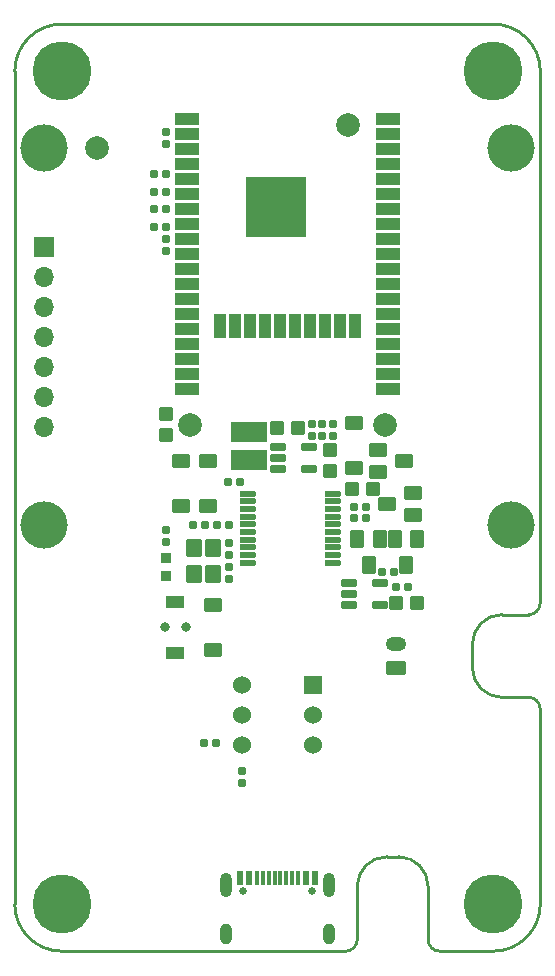
<source format=gts>
G04 #@! TF.GenerationSoftware,KiCad,Pcbnew,7.0.1*
G04 #@! TF.CreationDate,2023-09-19T14:51:08+09:00*
G04 #@! TF.ProjectId,ESP32-DevKit-Lipo_Rev_C,45535033-322d-4446-9576-4b69742d4c69,C*
G04 #@! TF.SameCoordinates,Original*
G04 #@! TF.FileFunction,Soldermask,Top*
G04 #@! TF.FilePolarity,Negative*
%FSLAX46Y46*%
G04 Gerber Fmt 4.6, Leading zero omitted, Abs format (unit mm)*
G04 Created by KiCad (PCBNEW 7.0.1) date 2023-09-19 14:51:08*
%MOMM*%
%LPD*%
G01*
G04 APERTURE LIST*
G04 Aperture macros list*
%AMRoundRect*
0 Rectangle with rounded corners*
0 $1 Rounding radius*
0 $2 $3 $4 $5 $6 $7 $8 $9 X,Y pos of 4 corners*
0 Add a 4 corners polygon primitive as box body*
4,1,4,$2,$3,$4,$5,$6,$7,$8,$9,$2,$3,0*
0 Add four circle primitives for the rounded corners*
1,1,$1+$1,$2,$3*
1,1,$1+$1,$4,$5*
1,1,$1+$1,$6,$7*
1,1,$1+$1,$8,$9*
0 Add four rect primitives between the rounded corners*
20,1,$1+$1,$2,$3,$4,$5,0*
20,1,$1+$1,$4,$5,$6,$7,0*
20,1,$1+$1,$6,$7,$8,$9,0*
20,1,$1+$1,$8,$9,$2,$3,0*%
G04 Aperture macros list end*
%ADD10RoundRect,0.050800X0.700000X-0.500000X0.700000X0.500000X-0.700000X0.500000X-0.700000X-0.500000X0*%
%ADD11RoundRect,0.050800X0.500000X-0.700000X0.500000X0.700000X-0.500000X0.700000X-0.500000X-0.700000X0*%
%ADD12RoundRect,0.050800X0.400000X-0.400000X0.400000X0.400000X-0.400000X0.400000X-0.400000X-0.400000X0*%
%ADD13C,2.000000*%
%ADD14RoundRect,0.050800X0.600000X0.275000X-0.600000X0.275000X-0.600000X-0.275000X0.600000X-0.275000X0*%
%ADD15RoundRect,0.050800X-0.635000X0.162500X-0.635000X-0.162500X0.635000X-0.162500X0.635000X0.162500X0*%
%ADD16RoundRect,0.050800X-0.275000X0.250000X-0.275000X-0.250000X0.275000X-0.250000X0.275000X0.250000X0*%
%ADD17RoundRect,0.050800X0.275000X-0.250000X0.275000X0.250000X-0.275000X0.250000X-0.275000X-0.250000X0*%
%ADD18RoundRect,0.050800X0.250000X0.275000X-0.250000X0.275000X-0.250000X-0.275000X0.250000X-0.275000X0*%
%ADD19RoundRect,0.050800X-0.250000X-0.275000X0.250000X-0.275000X0.250000X0.275000X-0.250000X0.275000X0*%
%ADD20RoundRect,0.050800X-1.000000X-0.450000X1.000000X-0.450000X1.000000X0.450000X-1.000000X0.450000X0*%
%ADD21RoundRect,0.050800X-0.450000X-1.000000X0.450000X-1.000000X0.450000X1.000000X-0.450000X1.000000X0*%
%ADD22C,2.101600*%
%ADD23RoundRect,0.050800X-2.500000X-2.500000X2.500000X-2.500000X2.500000X2.500000X-2.500000X2.500000X0*%
%ADD24RoundRect,0.050800X-0.508000X-0.508000X0.508000X-0.508000X0.508000X0.508000X-0.508000X0.508000X0*%
%ADD25RoundRect,0.050800X-1.500000X0.800000X-1.500000X-0.800000X1.500000X-0.800000X1.500000X0.800000X0*%
%ADD26RoundRect,0.050800X0.508000X-0.508000X0.508000X0.508000X-0.508000X0.508000X-0.508000X-0.508000X0*%
%ADD27RoundRect,0.250000X0.625000X-0.350000X0.625000X0.350000X-0.625000X0.350000X-0.625000X-0.350000X0*%
%ADD28O,1.750000X1.200000*%
%ADD29RoundRect,0.050800X-0.600000X0.700000X-0.600000X-0.700000X0.600000X-0.700000X0.600000X0.700000X0*%
%ADD30RoundRect,0.050800X-0.700000X0.500000X-0.700000X-0.500000X0.700000X-0.500000X0.700000X0.500000X0*%
%ADD31RoundRect,0.050800X-0.508000X0.508000X-0.508000X-0.508000X0.508000X-0.508000X0.508000X0.508000X0*%
%ADD32RoundRect,0.050800X0.700000X0.500000X-0.700000X0.500000X-0.700000X-0.500000X0.700000X-0.500000X0*%
%ADD33C,0.801600*%
%ADD34RoundRect,0.050800X-0.750000X0.450000X-0.750000X-0.450000X0.750000X-0.450000X0.750000X0.450000X0*%
%ADD35C,0.800000*%
%ADD36C,5.000000*%
%ADD37C,4.000000*%
%ADD38R,1.524000X1.524000*%
%ADD39C,1.524000*%
%ADD40R,1.700000X1.700000*%
%ADD41O,1.700000X1.700000*%
%ADD42C,0.650000*%
%ADD43R,0.600000X1.240000*%
%ADD44R,0.300000X1.240000*%
%ADD45O,1.000000X2.100000*%
%ADD46O,1.000000X1.800000*%
G04 #@! TA.AperFunction,Profile*
%ADD47C,0.254000*%
G04 #@! TD*
G04 APERTURE END LIST*
D10*
X154135000Y-106106000D03*
X154135000Y-104206000D03*
X151935000Y-105156000D03*
D11*
X151317960Y-108112560D03*
X149415500Y-108112560D03*
X150370540Y-110322360D03*
D12*
X133223000Y-109728000D03*
X133223000Y-111252000D03*
D13*
X151765000Y-98425000D03*
D14*
X148687000Y-111826000D03*
X148687000Y-112776000D03*
X148687000Y-113726000D03*
X151287000Y-113726000D03*
X151287000Y-111826000D03*
D15*
X140144500Y-104263000D03*
X140144500Y-104913000D03*
X140144500Y-105563000D03*
X140144500Y-106213000D03*
X140144500Y-106863000D03*
X140144500Y-107513000D03*
X140144500Y-108163000D03*
X140144500Y-108813000D03*
X140144500Y-109463000D03*
X140144500Y-110113000D03*
X147383500Y-110113000D03*
X147383500Y-109463000D03*
X147383500Y-108813000D03*
X147383500Y-108163000D03*
X147383500Y-107513000D03*
X147383500Y-106863000D03*
X147383500Y-106213000D03*
X147383500Y-105563000D03*
X147383500Y-104913000D03*
X147383500Y-104263000D03*
D10*
X137160000Y-117470000D03*
X137160000Y-113670000D03*
D16*
X133223000Y-83693000D03*
D17*
X133223000Y-82677000D03*
D16*
X133223000Y-108331000D03*
D17*
X133223000Y-107315000D03*
D18*
X135509000Y-106934000D03*
D19*
X136525000Y-106934000D03*
D18*
X149098000Y-106299000D03*
D19*
X150114000Y-106299000D03*
X152527000Y-110871000D03*
D18*
X151511000Y-110871000D03*
X132206999Y-81661000D03*
D19*
X133222999Y-81661000D03*
D13*
X148590000Y-73025000D03*
D20*
X135010000Y-72512000D03*
X135010000Y-73782000D03*
X135010000Y-75052000D03*
X135010000Y-76322000D03*
X135010000Y-77592000D03*
X135010000Y-78862000D03*
X135010000Y-80132000D03*
X135010000Y-81402000D03*
X135010000Y-82672000D03*
X135010000Y-83942000D03*
X135010000Y-85212000D03*
X135010000Y-86482000D03*
X135010000Y-87752000D03*
X135010000Y-89022000D03*
X135010000Y-90292000D03*
D21*
X137810000Y-90022000D03*
D20*
X135010000Y-91562000D03*
D21*
X139080000Y-90022000D03*
D20*
X135010000Y-92832000D03*
D21*
X140350000Y-90022000D03*
D20*
X135010000Y-94102000D03*
D21*
X141620000Y-90022000D03*
D20*
X135010000Y-95372000D03*
D21*
X142890000Y-90022000D03*
X144160000Y-90022000D03*
D20*
X152010000Y-95372000D03*
D21*
X145430000Y-90022000D03*
D20*
X152010000Y-94102000D03*
D21*
X146700000Y-90022000D03*
D20*
X152010000Y-92832000D03*
D21*
X147970000Y-90022000D03*
D20*
X152010000Y-91562000D03*
D21*
X149240000Y-90022000D03*
D20*
X152010000Y-90292000D03*
X152010000Y-89022000D03*
X152010000Y-87752000D03*
X152010000Y-86482000D03*
X152010000Y-85212000D03*
X152010000Y-83942000D03*
X152010000Y-82672000D03*
X152010000Y-81402000D03*
X152010000Y-80132000D03*
X152010000Y-78862000D03*
X152010000Y-77592000D03*
X152010000Y-76322000D03*
X152010000Y-75052000D03*
X152010000Y-73782000D03*
X152010000Y-72512000D03*
D22*
X142510000Y-80022000D03*
D23*
X142510000Y-80022000D03*
D11*
X154492960Y-108112560D03*
X152590500Y-108112560D03*
X153545540Y-110322360D03*
D24*
X152717500Y-113538000D03*
X154495500Y-113538000D03*
D25*
X140208000Y-101403000D03*
X140208000Y-99003000D03*
D24*
X142621000Y-98679000D03*
X144399000Y-98679000D03*
D26*
X147066000Y-102362000D03*
X147066000Y-100584000D03*
D16*
X147320000Y-99377500D03*
D17*
X147320000Y-98361500D03*
D16*
X145542000Y-99377500D03*
D17*
X145542000Y-98361500D03*
D16*
X146431000Y-99377500D03*
D17*
X146431000Y-98361500D03*
D14*
X142718000Y-100269000D03*
X142718000Y-101219000D03*
X142718000Y-102169000D03*
X145318000Y-102169000D03*
X145318000Y-100269000D03*
D17*
X138557000Y-110490000D03*
D16*
X138557000Y-111506000D03*
D17*
X133223000Y-73660000D03*
D16*
X133223000Y-74676000D03*
D19*
X133223000Y-78740000D03*
D18*
X132207000Y-78740000D03*
D10*
X149098000Y-102103000D03*
X149098000Y-98303000D03*
D24*
X148971000Y-103886000D03*
X150749000Y-103886000D03*
D18*
X149098000Y-105410000D03*
D19*
X150114000Y-105410000D03*
D18*
X152654000Y-112141000D03*
D19*
X153670000Y-112141000D03*
D27*
X152700000Y-119000000D03*
D28*
X152700000Y-117000000D03*
D16*
X138557000Y-109474000D03*
D17*
X138557000Y-108458000D03*
D29*
X135598000Y-108839000D03*
X137198000Y-111039000D03*
X137198000Y-108839000D03*
X135598000Y-111039000D03*
D30*
X134493000Y-101478000D03*
X134493000Y-105278000D03*
D10*
X136779000Y-105278000D03*
X136779000Y-101478000D03*
D18*
X132207000Y-77216000D03*
D19*
X133223000Y-77216000D03*
X133223000Y-80137001D03*
D18*
X132207000Y-80137001D03*
D19*
X139446000Y-103251000D03*
D18*
X138430000Y-103251000D03*
D31*
X133223000Y-97536000D03*
X133223000Y-99314000D03*
D32*
X151165560Y-100523040D03*
X151165560Y-102425500D03*
X153375360Y-101470460D03*
D13*
X135255000Y-98425000D03*
D19*
X138557000Y-106934000D03*
D18*
X137541000Y-106934000D03*
D33*
X134885000Y-115570000D03*
X133085000Y-115570000D03*
D34*
X133985000Y-113393000D03*
X133985000Y-117747000D03*
D35*
X159025000Y-68500000D03*
X159574175Y-67174175D03*
X159574175Y-69825825D03*
X160900000Y-66625000D03*
D36*
X160900000Y-68500000D03*
D35*
X160900000Y-70375000D03*
X162225825Y-67174175D03*
X162225825Y-69825825D03*
X162775000Y-68500000D03*
D18*
X136384000Y-125400000D03*
D19*
X137400000Y-125400000D03*
D13*
X127400000Y-75000000D03*
D37*
X122900000Y-75000000D03*
X122900000Y-106900000D03*
X162400000Y-75000000D03*
X162400000Y-106900000D03*
D35*
X159025000Y-139000000D03*
X159574175Y-137674175D03*
X159574175Y-140325825D03*
X160900000Y-137125000D03*
D36*
X160900000Y-139000000D03*
D35*
X160900000Y-140875000D03*
X162225825Y-137674175D03*
X162225825Y-140325825D03*
X162775000Y-139000000D03*
D38*
X145650000Y-120500000D03*
D39*
X145650000Y-123000000D03*
X145650000Y-125500000D03*
X139650000Y-120500000D03*
X139650000Y-123000000D03*
X139650000Y-125500000D03*
D35*
X122525000Y-139000000D03*
X123074175Y-137674175D03*
X123074175Y-140325825D03*
X124400000Y-137125000D03*
D36*
X124400000Y-139000000D03*
D35*
X124400000Y-140875000D03*
X125725825Y-137674175D03*
X125725825Y-140325825D03*
X126275000Y-139000000D03*
D17*
X139650000Y-127742000D03*
D16*
X139650000Y-128758000D03*
D40*
X122900000Y-83400000D03*
D41*
X122900000Y-85940000D03*
X122900000Y-88480000D03*
X122900000Y-91020000D03*
X122900000Y-93560000D03*
X122900000Y-96100000D03*
X122900000Y-98640000D03*
D35*
X122525000Y-68500000D03*
X123074175Y-67174175D03*
X123074175Y-69825825D03*
X124400000Y-66625000D03*
D36*
X124400000Y-68500000D03*
D35*
X124400000Y-70375000D03*
X125725825Y-67174175D03*
X125725825Y-69825825D03*
X126275000Y-68500000D03*
D42*
X139760000Y-137895000D03*
X145540000Y-137895000D03*
D43*
X139450000Y-136775000D03*
X140250000Y-136775000D03*
D44*
X141400000Y-136775000D03*
X142400000Y-136775000D03*
X142900000Y-136775000D03*
X143900000Y-136775000D03*
D43*
X145050000Y-136775000D03*
X145850000Y-136775000D03*
X145850000Y-136775000D03*
X145050000Y-136775000D03*
D44*
X144400000Y-136775000D03*
X143400000Y-136775000D03*
X141900000Y-136775000D03*
X140900000Y-136775000D03*
D43*
X140250000Y-136775000D03*
X139450000Y-136775000D03*
D45*
X138330000Y-137375000D03*
D46*
X138330000Y-141575000D03*
D45*
X146970000Y-137375000D03*
D46*
X146970000Y-141575000D03*
D47*
X163900000Y-121500000D02*
X161650000Y-121500000D01*
X159150000Y-117000000D02*
X159150000Y-119000000D01*
X161650000Y-114500000D02*
G75*
G03*
X159150000Y-117000000I0J-2500000D01*
G01*
X151900000Y-135000000D02*
G75*
G03*
X149400000Y-137500000I0J-2500000D01*
G01*
X155400000Y-137500000D02*
G75*
G03*
X152900000Y-135000000I-2500000J0D01*
G01*
X159150000Y-119000000D02*
G75*
G03*
X161650000Y-121500000I2500000J0D01*
G01*
X164900000Y-122500000D02*
G75*
G03*
X163900000Y-121500000I-1000000J0D01*
G01*
X148400000Y-143000000D02*
G75*
G03*
X149400000Y-142000000I0J1000000D01*
G01*
X155400000Y-142000000D02*
X155400000Y-137500000D01*
X120400000Y-68500000D02*
X120400000Y-139000000D01*
X163900000Y-114500000D02*
X161650000Y-114500000D01*
X124400000Y-64500000D02*
G75*
G03*
X120400000Y-68500000I0J-4000000D01*
G01*
X160900000Y-64500000D02*
X124400000Y-64500000D01*
X152900000Y-135000000D02*
X151900000Y-135000000D01*
X164900000Y-68500000D02*
X164900000Y-113500000D01*
X164900000Y-68500000D02*
G75*
G03*
X160900000Y-64500000I-4000000J0D01*
G01*
X120400000Y-139000000D02*
G75*
G03*
X124400000Y-143000000I4000000J0D01*
G01*
X149400000Y-137500000D02*
X149400000Y-142000000D01*
X155400000Y-142000000D02*
G75*
G03*
X156400000Y-143000000I1000000J0D01*
G01*
X163900000Y-114500000D02*
G75*
G03*
X164900000Y-113500000I0J1000000D01*
G01*
X160900000Y-143000000D02*
X156400000Y-143000000D01*
X164900000Y-139000000D02*
X164900000Y-122500000D01*
X148400000Y-143000000D02*
X124400000Y-143000000D01*
X160900000Y-143000000D02*
G75*
G03*
X164900000Y-139000000I0J4000000D01*
G01*
M02*

</source>
